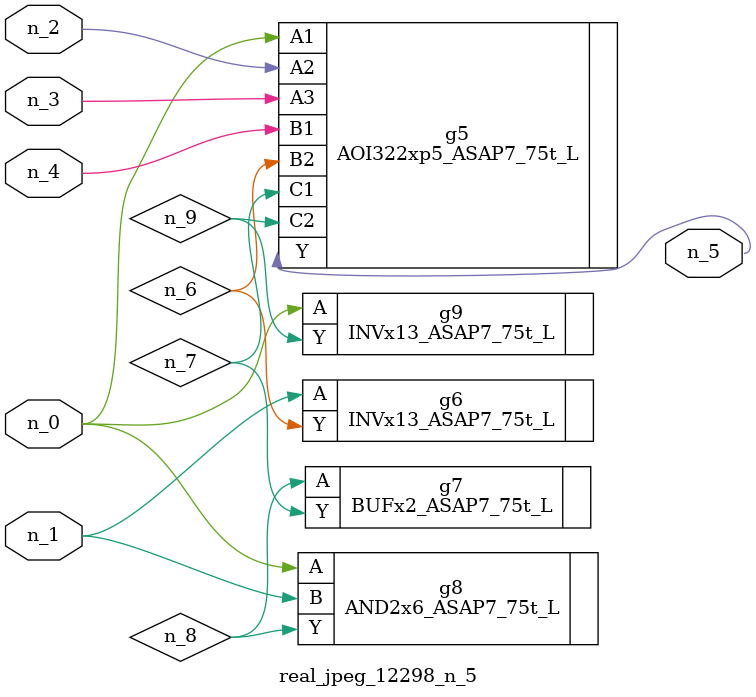
<source format=v>
module real_jpeg_12298_n_5 (n_4, n_0, n_1, n_2, n_3, n_5);

input n_4;
input n_0;
input n_1;
input n_2;
input n_3;

output n_5;

wire n_8;
wire n_6;
wire n_7;
wire n_9;

AOI322xp5_ASAP7_75t_L g5 ( 
.A1(n_0),
.A2(n_2),
.A3(n_3),
.B1(n_4),
.B2(n_6),
.C1(n_7),
.C2(n_9),
.Y(n_5)
);

AND2x6_ASAP7_75t_L g8 ( 
.A(n_0),
.B(n_1),
.Y(n_8)
);

INVx13_ASAP7_75t_L g9 ( 
.A(n_0),
.Y(n_9)
);

INVx13_ASAP7_75t_L g6 ( 
.A(n_1),
.Y(n_6)
);

BUFx2_ASAP7_75t_L g7 ( 
.A(n_8),
.Y(n_7)
);


endmodule
</source>
